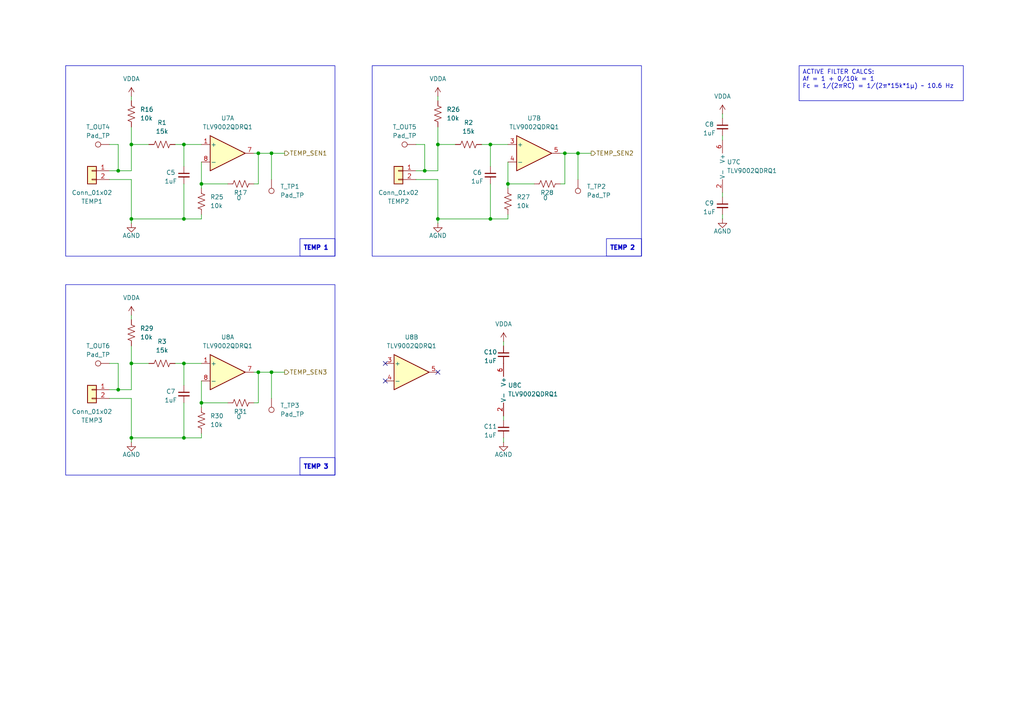
<source format=kicad_sch>
(kicad_sch (version 20250114) (generator "eeschema") (generator_version "9.0")
  (paper "A4")
  (lib_symbols
    (symbol "+3.3V_1" (power) (pin_numbers (hide yes)) (pin_names (offset 0) (hide yes))
      (property "Value" "+3.3V" (at 0 3.556 0))
      (symbol "+3.3V_1_0_1"
        (polyline (pts (xy -0.762 1.27) (xy 0 2.54)))
        (polyline (pts (xy 0 2.54) (xy 0.762 1.27)))
        (polyline (pts (xy 0 0) (xy 0 2.54)))
      )
      (symbol "+3.3V_1_1_1"
        (pin power_in line (at 0 0 90) (length 0) (name "~") (number "1"))
      )
    )
    (symbol "Amplifier_Operational:OP249GS" (pin_names (offset 0.127))
      (property "Reference" "U" (at 0 5.08 0))
      (property "Value" "OP249GS" (at 0 -5.08 0))
      (symbol "OP249GS_1_1"
        (polyline (pts (xy -5.08 5.08) (xy 5.08 0) (xy -5.08 -5.08) (xy -5.08 5.08)) (stroke (width 0.254)) (fill (type background)))
        (pin input line (at -7.62 2.54 0) (length 2.54) (name "+") (number "1"))
        (pin input line (at -7.62 -2.54 0) (length 2.54) (name "-") (number "8"))
        (pin output line (at 7.62 0 180) (length 2.54) (name "~") (number "7"))
      )
      (symbol "OP249GS_2_1"
        (polyline (pts (xy -5.08 5.08) (xy 5.08 0) (xy -5.08 -5.08) (xy -5.08 5.08)) (stroke (width 0.254)) (fill (type background)))
        (pin input line (at -7.62 2.54 0) (length 2.54) (name "+") (number "3"))
        (pin input line (at -7.62 -2.54 0) (length 2.54) (name "-") (number "4"))
        (pin output line (at 7.62 0 180) (length 2.54) (name "~") (number "5"))
      )
      (symbol "OP249GS_3_1"
        (pin power_in line (at -2.54 7.62 270) (length 3.81) (name "V+") (number "6"))
        (pin power_in line (at -2.54 -7.62 90) (length 3.81) (name "V-") (number "2"))
      )
    )
    (symbol "Connector:TestPoint" (pin_numbers (hide yes)) (pin_names (offset 0.762) (hide yes))
      (property "Reference" "TP" (at 0 6.858 0))
      (property "Value" "TestPoint" (at 0 5.08 0))
      (symbol "TestPoint_0_1"
        (circle (center 0 3.302) (radius 0.762))
      )
      (symbol "TestPoint_1_1"
        (pin passive line (at 0 0 90) (length 2.54) (name "1") (number "1"))
      )
    )
    (symbol "Connector_Generic:Conn_01x02" (pin_names (offset 1.016) (hide yes))
      (property "Reference" "J" (at 0 2.54 0))
      (property "Value" "Conn_01x02" (at 0 -5.08 0))
      (symbol "Conn_01x02_1_1"
        (rectangle (start -1.27 1.27) (end 1.27 -3.81) (stroke (width 0.254)) (fill (type background)))
        (rectangle (start -1.27 0.127) (end 0 -0.127) (stroke (width 0.1524)))
        (rectangle (start -1.27 -2.413) (end 0 -2.667) (stroke (width 0.1524)))
        (pin passive line (at -5.08 0 0) (length 3.81) (name "Pin_1") (number "1"))
        (pin passive line (at -5.08 -2.54 0) (length 3.81) (name "Pin_2") (number "2"))
      )
    )
    (symbol "Device:C_Small" (pin_numbers (hide yes)) (pin_names (offset 0.254) (hide yes))
      (property "Reference" "C" (at 0.254 1.778 0))
      (property "Value" "C_Small" (at 0.254 -2.032 0))
      (symbol "C_Small_0_1"
        (polyline (pts (xy -1.524 0.508) (xy 1.524 0.508)) (stroke (width 0.3048)))
        (polyline (pts (xy -1.524 -0.508) (xy 1.524 -0.508)) (stroke (width 0.3302)))
      )
      (symbol "C_Small_1_1"
        (pin passive line (at 0 2.54 270) (length 2.032) (name "~") (number "1"))
        (pin passive line (at 0 -2.54 90) (length 2.032) (name "~") (number "2"))
      )
    )
    (symbol "Device:R_US" (pin_numbers (hide yes)) (pin_names (offset 0))
      (property "Reference" "R" (at 2.54 0 90))
      (property "Value" "R_US" (at -2.54 0 90))
      (symbol "R_US_0_1"
        (polyline (pts (xy 0 2.286) (xy 0 2.54)))
        (polyline (pts (xy 0 2.286) (xy 1.016 1.905) (xy 0 1.524) (xy -1.016 1.143) (xy 0 0.762)))
        (polyline (pts (xy 0 0.762) (xy 1.016 0.381) (xy 0 0) (xy -1.016 -0.381) (xy 0 -0.762)))
        (polyline (pts (xy 0 -0.762) (xy 1.016 -1.143) (xy 0 -1.524) (xy -1.016 -1.905) (xy 0 -2.286)))
        (polyline (pts (xy 0 -2.286) (xy 0 -2.54)))
      )
      (symbol "R_US_1_1"
        (pin passive line (at 0 3.81 270) (length 1.27) (name "~") (number "1"))
        (pin passive line (at 0 -3.81 90) (length 1.27) (name "~") (number "2"))
      )
    )
    (symbol "power:GND" (power) (pin_numbers (hide yes)) (pin_names (offset 0) (hide yes))
      (property "Value" "GND" (at 0 -3.81 0))
      (symbol "GND_0_1"
        (polyline (pts (xy 0 0) (xy 0 -1.27) (xy 1.27 -1.27) (xy 0 -2.54) (xy -1.27 -1.27) (xy 0 -1.27)))
      )
      (symbol "GND_1_1"
        (pin power_in line (at 0 0 270) (length 0) (name "~") (number "1"))
      )
    )
  )
  (rectangle (start 19.05 19.05) (end 97.155 74.295))
  (rectangle (start 107.95 19.05) (end 186.055 74.295))
  (rectangle (start 19.05 82.55) (end 97.155 137.795))
  (text_box "ACTIVE FILTER CALCS:\nAf = 1 + 0/10k = 1\nFc = 1/(2πRC) = 1/(2π*15k*1µ) ~ 10.6 Hz" (at 231.775 19.05 0) (size 47.625 10.16) (margins 0.9525 0.9525 0.9525 0.9525) (effects (font (size 1.27 1.27) (thickness 0.1588)) (justify left top)))
  (text_box "TEMP 2" (at 175.895 69.215 0) (size 10.16 5.08) (margins 0.9525 0.9525 0.9525 0.9525) (effects (font (size 1.27 1.27) (thickness 0.381) (bold yes)) (justify left)))
  (text_box "TEMP 1" (at 86.995 69.215 0) (size 10.16 5.08) (margins 0.9525 0.9525 0.9525 0.9525) (effects (font (size 1.27 1.27) (thickness 0.381) (bold yes)) (justify left)))
  (text_box "TEMP 3" (at 86.995 132.715 0) (size 10.16 5.08) (margins 0.9525 0.9525 0.9525 0.9525) (effects (font (size 1.27 1.27) (thickness 0.381) (bold yes)) (justify left)))
  (junction (at 74.93 107.95))
  (junction (at 167.64 44.45))
  (junction (at 38.1 127))
  (junction (at 34.29 113.03))
  (junction (at 123.19 49.53))
  (junction (at 58.42 53.34))
  (junction (at 53.34 105.41))
  (junction (at 78.74 107.95))
  (junction (at 38.1 41.91))
  (junction (at 53.34 127))
  (junction (at 142.24 63.5))
  (junction (at 34.29 49.53))
  (junction (at 53.34 41.91))
  (junction (at 74.93 44.45))
  (junction (at 163.83 44.45))
  (junction (at 38.1 63.5))
  (junction (at 127 41.91))
  (junction (at 53.34 63.5))
  (junction (at 142.24 41.91))
  (junction (at 147.32 53.34))
  (junction (at 58.42 116.84))
  (junction (at 38.1 105.41))
  (junction (at 127 63.5))
  (junction (at 78.74 44.45))
  (no_connect (at 127 107.95))
  (no_connect (at 111.76 110.49))
  (no_connect (at 111.76 105.41))
  (wire (pts (xy 120.65 49.53) (xy 123.19 49.53)))
  (wire (pts (xy 53.34 41.91) (xy 58.42 41.91)))
  (wire (pts (xy 38.1 105.41) (xy 43.18 105.41)))
  (wire (pts (xy 127 27.94) (xy 127 29.21)))
  (wire (pts (xy 38.1 63.5) (xy 53.34 63.5)))
  (wire (pts (xy 139.7 41.91) (xy 142.24 41.91)))
  (wire (pts (xy 142.24 63.5) (xy 147.32 63.5)))
  (wire (pts (xy 38.1 128.27) (xy 38.1 127)))
  (wire (pts (xy 147.32 46.99) (xy 147.32 53.34)))
  (wire (pts (xy 127 41.91) (xy 132.08 41.91)))
  (wire (pts (xy 38.1 115.57) (xy 38.1 127)))
  (wire (pts (xy 209.55 62.23) (xy 209.55 63.5)))
  (wire (pts (xy 73.66 116.84) (xy 74.93 116.84)))
  (wire (pts (xy 73.66 107.95) (xy 74.93 107.95)))
  (wire (pts (xy 120.65 41.91) (xy 123.19 41.91)))
  (wire (pts (xy 167.64 44.45) (xy 167.64 52.07)))
  (wire (pts (xy 74.93 44.45) (xy 78.74 44.45)))
  (wire (pts (xy 58.42 62.23) (xy 58.42 63.5)))
  (wire (pts (xy 78.74 44.45) (xy 78.74 52.07)))
  (wire (pts (xy 209.55 33.02) (xy 209.55 34.29)))
  (wire (pts (xy 38.1 41.91) (xy 38.1 36.83)))
  (wire (pts (xy 127 52.07) (xy 127 63.5)))
  (wire (pts (xy 74.93 107.95) (xy 74.93 116.84)))
  (wire (pts (xy 167.64 44.45) (xy 171.45 44.45)))
  (wire (pts (xy 58.42 116.84) (xy 58.42 118.11)))
  (wire (pts (xy 78.74 107.95) (xy 78.74 115.57)))
  (wire (pts (xy 58.42 125.73) (xy 58.42 127)))
  (wire (pts (xy 162.56 53.34) (xy 163.83 53.34)))
  (wire (pts (xy 34.29 105.41) (xy 34.29 113.03)))
  (wire (pts (xy 74.93 107.95) (xy 78.74 107.95)))
  (wire (pts (xy 53.34 105.41) (xy 58.42 105.41)))
  (wire (pts (xy 31.75 49.53) (xy 34.29 49.53)))
  (wire (pts (xy 38.1 41.91) (xy 43.18 41.91)))
  (wire (pts (xy 163.83 44.45) (xy 163.83 53.34)))
  (wire (pts (xy 38.1 41.91) (xy 38.1 49.53)))
  (wire (pts (xy 53.34 127) (xy 58.42 127)))
  (wire (pts (xy 146.05 120.65) (xy 146.05 121.92)))
  (wire (pts (xy 73.66 44.45) (xy 74.93 44.45)))
  (wire (pts (xy 31.75 105.41) (xy 34.29 105.41)))
  (wire (pts (xy 123.19 41.91) (xy 123.19 49.53)))
  (wire (pts (xy 53.34 105.41) (xy 53.34 111.76)))
  (wire (pts (xy 38.1 127) (xy 53.34 127)))
  (wire (pts (xy 147.32 62.23) (xy 147.32 63.5)))
  (wire (pts (xy 58.42 110.49) (xy 58.42 116.84)))
  (wire (pts (xy 53.34 63.5) (xy 58.42 63.5)))
  (wire (pts (xy 58.42 53.34) (xy 58.42 54.61)))
  (wire (pts (xy 142.24 41.91) (xy 142.24 48.26)))
  (wire (pts (xy 31.75 52.07) (xy 38.1 52.07)))
  (wire (pts (xy 78.74 44.45) (xy 82.55 44.45)))
  (wire (pts (xy 120.65 52.07) (xy 127 52.07)))
  (wire (pts (xy 127 41.91) (xy 127 49.53)))
  (wire (pts (xy 38.1 91.44) (xy 38.1 92.71)))
  (wire (pts (xy 53.34 53.34) (xy 53.34 63.5)))
  (wire (pts (xy 146.05 99.06) (xy 146.05 100.33)))
  (wire (pts (xy 38.1 27.94) (xy 38.1 29.21)))
  (wire (pts (xy 53.34 41.91) (xy 53.34 48.26)))
  (wire (pts (xy 127 64.77) (xy 127 63.5)))
  (wire (pts (xy 38.1 105.41) (xy 38.1 100.33)))
  (wire (pts (xy 74.93 44.45) (xy 74.93 53.34)))
  (wire (pts (xy 58.42 53.34) (xy 58.42 46.99)))
  (wire (pts (xy 34.29 41.91) (xy 34.29 49.53)))
  (wire (pts (xy 34.29 49.53) (xy 38.1 49.53)))
  (wire (pts (xy 66.04 53.34) (xy 58.42 53.34)))
  (wire (pts (xy 142.24 53.34) (xy 142.24 63.5)))
  (wire (pts (xy 38.1 105.41) (xy 38.1 113.03)))
  (wire (pts (xy 127 63.5) (xy 142.24 63.5)))
  (wire (pts (xy 73.66 53.34) (xy 74.93 53.34)))
  (wire (pts (xy 162.56 44.45) (xy 163.83 44.45)))
  (wire (pts (xy 123.19 49.53) (xy 127 49.53)))
  (wire (pts (xy 209.55 39.37) (xy 209.55 40.64)))
  (wire (pts (xy 146.05 127) (xy 146.05 128.27)))
  (wire (pts (xy 31.75 115.57) (xy 38.1 115.57)))
  (wire (pts (xy 50.8 41.91) (xy 53.34 41.91)))
  (wire (pts (xy 38.1 52.07) (xy 38.1 63.5)))
  (wire (pts (xy 127 41.91) (xy 127 36.83)))
  (wire (pts (xy 209.55 55.88) (xy 209.55 57.15)))
  (wire (pts (xy 38.1 64.77) (xy 38.1 63.5)))
  (wire (pts (xy 142.24 41.91) (xy 147.32 41.91)))
  (wire (pts (xy 50.8 105.41) (xy 53.34 105.41)))
  (wire (pts (xy 31.75 41.91) (xy 34.29 41.91)))
  (wire (pts (xy 163.83 44.45) (xy 167.64 44.45)))
  (wire (pts (xy 78.74 107.95) (xy 82.55 107.95)))
  (wire (pts (xy 34.29 113.03) (xy 38.1 113.03)))
  (wire (pts (xy 147.32 53.34) (xy 154.94 53.34)))
  (wire (pts (xy 53.34 116.84) (xy 53.34 127)))
  (wire (pts (xy 58.42 116.84) (xy 66.04 116.84)))
  (wire (pts (xy 31.75 113.03) (xy 34.29 113.03)))
  (wire (pts (xy 147.32 53.34) (xy 147.32 54.61)))
  (hierarchical_label "TEMP_SEN2" (shape output) (at 171.45 44.45 0))
  (hierarchical_label "TEMP_SEN3" (shape output) (at 82.55 107.95 0))
  (hierarchical_label "TEMP_SEN1" (shape output) (at 82.55 44.45 0))
  (symbol (lib_name "+3.3V_1") (lib_id "power:+3.3V") (at 209.55 33.02 0) (unit 1)
    (property "Reference" "#PWR060" (effects (hide yes)))
    (property "Value" "VDDA" (at 209.55 27.94 0))
    (property "Description" "Power symbol creates a global label with name \"+3.3V\"" (effects (hide yes)))
  )
  (symbol (lib_id "Amplifier_Operational:OP249GS") (at 148.59 113.03 0) (unit 3)
    (property "Reference" "U8" (at 147.32 111.7599 0) (effects (justify left)))
    (property "Value" "TLV9002QDRQ1" (at 147.32 114.2999 0) (effects (justify left)))
    (property "Footprint" "OpAmp:SOIC127P600X175-8N" (effects (hide yes)))
    (property "Datasheet" "https://www.ti.com/lit/ds/symlink/tlv9001-q1.pdf?ts=1755076836424&ref_url=https%253A%252F%252Fwww.mouser.cn%252F" (effects (hide yes)))
    (property "Description" "TLV900x-Q1 Low-Power RRIO 1MHz Automotive Operational Amplifier" (effects (hide yes)))
  )
  (symbol (lib_id "Device:C_Small") (at 146.05 124.46 0) (unit 1)
    (property "Reference" "C11" (at 142.24 123.698 0))
    (property "Value" "1uF" (at 142.24 126.238 0))
    (property "Footprint" "Capacitor_SMD:C_0805_2012Metric" (effects (hide yes)))
    (property "Datasheet" "https://www.mouser.com/datasheet/2/447/KEM_C1006_X5R_SMD-3316465.pdf" (effects (hide yes)))
    (property "Description" "Unpolarized capacitor, small symbol" (effects (hide yes)))
    (property "P/N" "C0805C105K5PACTU" (effects (hide yes)))
  )
  (symbol (lib_id "Device:R_US") (at 46.99 41.91 90) (unit 1)
    (property "Reference" "R1" (at 46.99 35.56 90))
    (property "Value" "15k" (at 46.99 38.1 90))
    (property "Footprint" "Resistor_SMD:R_0603_1608Metric" (effects (hide yes)))
    (property "Description" "Resistor, US symbol" (effects (hide yes)))
  )
  (symbol (lib_id "Connector:TestPoint") (at 167.64 52.07 180) (unit 1)
    (property "Reference" "T_TP2" (at 170.18 54.1019 0) (effects (justify right)))
    (property "Value" "Pad_TP" (at 170.18 56.6419 0) (effects (justify right)))
    (property "Footprint" "UTSVT_Special:TestPoint_HEX_3mmID" (effects (hide yes)))
    (property "Description" "test point" (effects (hide yes)))
  )
  (symbol (lib_id "Amplifier_Operational:OP249GS") (at 66.04 44.45 0) (unit 1)
    (property "Reference" "U7" (at 66.04 34.29 0))
    (property "Value" "TLV9002QDRQ1" (at 66.04 36.83 0))
    (property "Footprint" "OpAmp:SOIC127P600X175-8N" (effects (hide yes)))
    (property "Datasheet" "https://www.ti.com/lit/ds/symlink/tlv9001-q1.pdf?ts=1755076836424&ref_url=https%253A%252F%252Fwww.mouser.cn%252F" (effects (hide yes)))
    (property "Description" "TLV900x-Q1 Low-Power RRIO 1MHz Automotive Operational Amplifier" (effects (hide yes)))
  )
  (symbol (lib_id "Device:R_US") (at 135.89 41.91 90) (unit 1)
    (property "Reference" "R2" (at 135.89 35.56 90))
    (property "Value" "15k" (at 135.89 38.1 90))
    (property "Footprint" "Resistor_SMD:R_0603_1608Metric" (effects (hide yes)))
    (property "Description" "Resistor, US symbol" (effects (hide yes)))
  )
  (symbol (lib_id "Connector:TestPoint") (at 31.75 41.91 90) (unit 1)
    (property "Reference" "T_OUT4" (at 28.448 36.83 90))
    (property "Value" "Pad_TP" (at 28.448 39.37 90))
    (property "Footprint" "UTSVT_Special:TestPoint_HEX_3mmID" (effects (hide yes)))
    (property "Description" "test point" (effects (hide yes)))
  )
  (symbol (lib_id "Device:R_US") (at 58.42 121.92 0) (unit 1)
    (property "Reference" "R30" (at 60.96 120.6499 0) (effects (justify left)))
    (property "Value" "10k" (at 60.96 123.1899 0) (effects (justify left)))
    (property "Footprint" "Resistor_SMD:R_0603_1608Metric" (effects (hide yes)))
    (property "Description" "Resistor, US symbol" (effects (hide yes)))
  )
  (symbol (lib_id "power:GND") (at 209.55 63.5 0) (unit 1)
    (property "Reference" "#PWR061" (effects (hide yes)))
    (property "Value" "AGND" (at 209.55 67.056 0))
    (property "Description" "Power symbol creates a global label with name \"GND\" , ground" (effects (hide yes)))
  )
  (symbol (lib_id "Device:C_Small") (at 142.24 50.8 0) (unit 1)
    (property "Reference" "C6" (at 138.43 50.038 0))
    (property "Value" "1uF" (at 138.43 52.578 0))
    (property "Footprint" "Capacitor_SMD:C_0805_2012Metric" (effects (hide yes)))
    (property "Datasheet" "https://www.mouser.com/datasheet/2/447/KEM_C1006_X5R_SMD-3316465.pdf" (effects (hide yes)))
    (property "Description" "Unpolarized capacitor, small symbol" (effects (hide yes)))
    (property "P/N" "C0805C105K5PACTU" (effects (hide yes)))
  )
  (symbol (lib_id "Device:C_Small") (at 209.55 36.83 0) (unit 1)
    (property "Reference" "C8" (at 205.74 36.068 0))
    (property "Value" "1uF" (at 205.74 38.608 0))
    (property "Footprint" "Capacitor_SMD:C_0805_2012Metric" (effects (hide yes)))
    (property "Datasheet" "https://www.mouser.com/datasheet/2/447/KEM_C1006_X5R_SMD-3316465.pdf" (effects (hide yes)))
    (property "Description" "Unpolarized capacitor, small symbol" (effects (hide yes)))
    (property "P/N" "C0805C105K5PACTU" (effects (hide yes)))
  )
  (symbol (lib_id "Amplifier_Operational:OP249GS") (at 119.38 107.95 0) (unit 2)
    (property "Reference" "U8" (at 119.38 97.79 0))
    (property "Value" "TLV9002QDRQ1" (at 119.38 100.33 0))
    (property "Footprint" "OpAmp:SOIC127P600X175-8N" (effects (hide yes)))
    (property "Datasheet" "https://www.ti.com/lit/ds/symlink/tlv9001-q1.pdf?ts=1755076836424&ref_url=https%253A%252F%252Fwww.mouser.cn%252F" (effects (hide yes)))
    (property "Description" "TLV900x-Q1 Low-Power RRIO 1MHz Automotive Operational Amplifier" (effects (hide yes)))
  )
  (symbol (lib_id "power:GND") (at 146.05 128.27 0) (unit 1)
    (property "Reference" "#PWR063" (effects (hide yes)))
    (property "Value" "AGND" (at 146.05 131.826 0))
    (property "Description" "Power symbol creates a global label with name \"GND\" , ground" (effects (hide yes)))
  )
  (symbol (lib_id "Device:R_US") (at 38.1 33.02 0) (unit 1)
    (property "Reference" "R16" (at 40.64 31.7499 0) (effects (justify left)))
    (property "Value" "10k" (at 40.64 34.2899 0) (effects (justify left)))
    (property "Footprint" "Resistor_SMD:R_0603_1608Metric" (effects (hide yes)))
    (property "Description" "Resistor, US symbol" (effects (hide yes)))
  )
  (symbol (lib_name "+3.3V_1") (lib_id "power:+3.3V") (at 127 27.94 0) (unit 1)
    (property "Reference" "#PWR056" (effects (hide yes)))
    (property "Value" "VDDA" (at 127 22.86 0))
    (property "Description" "Power symbol creates a global label with name \"+3.3V\"" (effects (hide yes)))
  )
  (symbol (lib_id "Device:R_US") (at 38.1 96.52 0) (unit 1)
    (property "Reference" "R29" (at 40.64 95.2499 0) (effects (justify left)))
    (property "Value" "10k" (at 40.64 97.7899 0) (effects (justify left)))
    (property "Footprint" "Resistor_SMD:R_0603_1608Metric" (effects (hide yes)))
    (property "Description" "Resistor, US symbol" (effects (hide yes)))
  )
  (symbol (lib_name "+3.3V_1") (lib_id "power:+3.3V") (at 38.1 27.94 0) (unit 1)
    (property "Reference" "#PWR054" (effects (hide yes)))
    (property "Value" "VDDA" (at 38.1 22.86 0))
    (property "Description" "Power symbol creates a global label with name \"+3.3V\"" (effects (hide yes)))
  )
  (symbol (lib_id "Device:R_US") (at 69.85 53.34 270) (unit 1)
    (property "Reference" "R17" (at 67.8181 55.88 90) (effects (justify left)))
    (property "Value" "0" (at 68.58 57.404 90) (effects (justify left)))
    (property "Footprint" "Resistor_SMD:R_0603_1608Metric" (effects (hide yes)))
    (property "Description" "Resistor, US symbol" (effects (hide yes)))
  )
  (symbol (lib_name "+3.3V_1") (lib_id "power:+3.3V") (at 38.1 91.44 0) (unit 1)
    (property "Reference" "#PWR058" (effects (hide yes)))
    (property "Value" "VDDA" (at 38.1 86.36 0))
    (property "Description" "Power symbol creates a global label with name \"+3.3V\"" (effects (hide yes)))
  )
  (symbol (lib_id "Connector:TestPoint") (at 31.75 105.41 90) (unit 1)
    (property "Reference" "T_OUT6" (at 28.448 100.33 90))
    (property "Value" "Pad_TP" (at 28.448 102.87 90))
    (property "Footprint" "UTSVT_Special:TestPoint_HEX_3mmID" (effects (hide yes)))
    (property "Description" "test point" (effects (hide yes)))
  )
  (symbol (lib_id "Connector_Generic:Conn_01x02") (at 26.67 113.03 0) (mirror y) (unit 1)
    (property "Reference" "TEMP3" (at 26.67 121.92 0))
    (property "Value" "Conn_01x02" (at 26.67 119.38 0))
    (property "Footprint" "Connector_Molex:Molex_Nano-Fit_105309-xx02_1x02_P2.50mm_Vertical" (effects (hide yes)))
    (property "Datasheet" "https://koolance.com/files/products/manuals/Koolance_sen-ap008g_specifications.pdf" (effects (hide yes)))
    (property "Description" "Generic connector, single row, 01x02, script generated (kicad-library-utils/schlib/autogen/connector/)" (effects (hide yes)))
  )
  (symbol (lib_id "Connector:TestPoint") (at 78.74 115.57 180) (unit 1)
    (property "Reference" "T_TP3" (at 81.28 117.6019 0) (effects (justify right)))
    (property "Value" "Pad_TP" (at 81.28 120.1419 0) (effects (justify right)))
    (property "Footprint" "UTSVT_Special:TestPoint_HEX_3mmID" (effects (hide yes)))
    (property "Description" "test point" (effects (hide yes)))
  )
  (symbol (lib_id "Device:C_Small") (at 209.55 59.69 0) (unit 1)
    (property "Reference" "C9" (at 205.74 58.928 0))
    (property "Value" "1uF" (at 205.74 61.468 0))
    (property "Footprint" "Capacitor_SMD:C_0805_2012Metric" (effects (hide yes)))
    (property "Datasheet" "https://www.mouser.com/datasheet/2/447/KEM_C1006_X5R_SMD-3316465.pdf" (effects (hide yes)))
    (property "Description" "Unpolarized capacitor, small symbol" (effects (hide yes)))
    (property "P/N" "C0805C105K5PACTU" (effects (hide yes)))
  )
  (symbol (lib_id "power:GND") (at 38.1 128.27 0) (unit 1)
    (property "Reference" "#PWR059" (effects (hide yes)))
    (property "Value" "AGND" (at 38.1 131.826 0))
    (property "Description" "Power symbol creates a global label with name \"GND\" , ground" (effects (hide yes)))
  )
  (symbol (lib_id "Connector_Generic:Conn_01x02") (at 26.67 49.53 0) (mirror y) (unit 1)
    (property "Reference" "TEMP1" (at 26.67 58.42 0))
    (property "Value" "Conn_01x02" (at 26.67 55.88 0))
    (property "Footprint" "Connector_Molex:Molex_Nano-Fit_105309-xx02_1x02_P2.50mm_Vertical" (effects (hide yes)))
    (property "Datasheet" "https://koolance.com/files/products/manuals/Koolance_sen-ap008g_specifications.pdf" (effects (hide yes)))
    (property "Description" "Generic connector, single row, 01x02, script generated (kicad-library-utils/schlib/autogen/connector/)" (effects (hide yes)))
  )
  (symbol (lib_id "Device:R_US") (at 158.75 53.34 270) (unit 1)
    (property "Reference" "R28" (at 156.7181 55.88 90) (effects (justify left)))
    (property "Value" "0" (at 157.48 57.404 90) (effects (justify left)))
    (property "Footprint" "Resistor_SMD:R_0603_1608Metric" (effects (hide yes)))
    (property "Description" "Resistor, US symbol" (effects (hide yes)))
  )
  (symbol (lib_id "Device:C_Small") (at 53.34 50.8 0) (unit 1)
    (property "Reference" "C5" (at 49.53 50.038 0))
    (property "Value" "1uF" (at 49.53 52.578 0))
    (property "Footprint" "Capacitor_SMD:C_0805_2012Metric" (effects (hide yes)))
    (property "Datasheet" "https://www.mouser.com/datasheet/2/447/KEM_C1006_X5R_SMD-3316465.pdf" (effects (hide yes)))
    (property "Description" "Unpolarized capacitor, small symbol" (effects (hide yes)))
    (property "P/N" "C0805C105K5PACTU" (effects (hide yes)))
  )
  (symbol (lib_id "Device:C_Small") (at 146.05 102.87 0) (unit 1)
    (property "Reference" "C10" (at 142.24 102.108 0))
    (property "Value" "1uF" (at 142.24 104.648 0))
    (property "Footprint" "Capacitor_SMD:C_0805_2012Metric" (effects (hide yes)))
    (property "Datasheet" "https://www.mouser.com/datasheet/2/447/KEM_C1006_X5R_SMD-3316465.pdf" (effects (hide yes)))
    (property "Description" "Unpolarized capacitor, small symbol" (effects (hide yes)))
    (property "P/N" "C0805C105K5PACTU" (effects (hide yes)))
  )
  (symbol (lib_id "Device:R_US") (at 69.85 116.84 270) (unit 1)
    (property "Reference" "R31" (at 67.8181 119.38 90) (effects (justify left)))
    (property "Value" "0" (at 68.58 120.904 90) (effects (justify left)))
    (property "Footprint" "Resistor_SMD:R_0603_1608Metric" (effects (hide yes)))
    (property "Description" "Resistor, US symbol" (effects (hide yes)))
  )
  (symbol (lib_name "+3.3V_1") (lib_id "power:+3.3V") (at 146.05 99.06 0) (unit 1)
    (property "Reference" "#PWR062" (effects (hide yes)))
    (property "Value" "VDDA" (at 146.05 93.98 0))
    (property "Description" "Power symbol creates a global label with name \"+3.3V\"" (effects (hide yes)))
  )
  (symbol (lib_id "Device:R_US") (at 147.32 58.42 0) (unit 1)
    (property "Reference" "R27" (at 149.86 57.1499 0) (effects (justify left)))
    (property "Value" "10k" (at 149.86 59.6899 0) (effects (justify left)))
    (property "Footprint" "Resistor_SMD:R_0603_1608Metric" (effects (hide yes)))
    (property "Description" "Resistor, US symbol" (effects (hide yes)))
  )
  (symbol (lib_id "Connector_Generic:Conn_01x02") (at 115.57 49.53 0) (mirror y) (unit 1)
    (property "Reference" "TEMP2" (at 115.57 58.42 0))
    (property "Value" "Conn_01x02" (at 115.57 55.88 0))
    (property "Footprint" "Connector_Molex:Molex_Nano-Fit_105309-xx02_1x02_P2.50mm_Vertical" (effects (hide yes)))
    (property "Datasheet" "https://koolance.com/files/products/manuals/Koolance_sen-ap008g_specifications.pdf" (effects (hide yes)))
    (property "Description" "Generic connector, single row, 01x02, script generated (kicad-library-utils/schlib/autogen/connector/)" (effects (hide yes)))
  )
  (symbol (lib_id "Device:R_US") (at 46.99 105.41 90) (unit 1)
    (property "Reference" "R3" (at 46.99 99.06 90))
    (property "Value" "15k" (at 46.99 101.6 90))
    (property "Footprint" "Resistor_SMD:R_0603_1608Metric" (effects (hide yes)))
    (property "Description" "Resistor, US symbol" (effects (hide yes)))
  )
  (symbol (lib_id "Amplifier_Operational:OP249GS") (at 154.94 44.45 0) (unit 2)
    (property "Reference" "U7" (at 154.94 34.29 0))
    (property "Value" "TLV9002QDRQ1" (at 154.94 36.83 0))
    (property "Footprint" "OpAmp:SOIC127P600X175-8N" (effects (hide yes)))
    (property "Datasheet" "https://www.ti.com/lit/ds/symlink/tlv9001-q1.pdf?ts=1755076836424&ref_url=https%253A%252F%252Fwww.mouser.cn%252F" (effects (hide yes)))
    (property "Description" "TLV900x-Q1 Low-Power RRIO 1MHz Automotive Operational Amplifier" (effects (hide yes)))
  )
  (symbol (lib_id "power:GND") (at 38.1 64.77 0) (unit 1)
    (property "Reference" "#PWR055" (effects (hide yes)))
    (property "Value" "AGND" (at 38.1 68.326 0))
    (property "Description" "Power symbol creates a global label with name \"GND\" , ground" (effects (hide yes)))
  )
  (symbol (lib_id "Connector:TestPoint") (at 120.65 41.91 90) (unit 1)
    (property "Reference" "T_OUT5" (at 117.348 36.83 90))
    (property "Value" "Pad_TP" (at 117.348 39.37 90))
    (property "Footprint" "UTSVT_Special:TestPoint_HEX_3mmID" (effects (hide yes)))
    (property "Description" "test point" (effects (hide yes)))
  )
  (symbol (lib_id "power:GND") (at 127 64.77 0) (unit 1)
    (property "Reference" "#PWR057" (effects (hide yes)))
    (property "Value" "AGND" (at 127 68.326 0))
    (property "Description" "Power symbol creates a global label with name \"GND\" , ground" (effects (hide yes)))
  )
  (symbol (lib_id "Device:R_US") (at 58.42 58.42 0) (unit 1)
    (property "Reference" "R25" (at 60.96 57.1499 0) (effects (justify left)))
    (property "Value" "10k" (at 60.96 59.6899 0) (effects (justify left)))
    (property "Footprint" "Resistor_SMD:R_0603_1608Metric" (effects (hide yes)))
    (property "Description" "Resistor, US symbol" (effects (hide yes)))
  )
  (symbol (lib_id "Connector:TestPoint") (at 78.74 52.07 180) (unit 1)
    (property "Reference" "T_TP1" (at 81.28 54.1019 0) (effects (justify right)))
    (property "Value" "Pad_TP" (at 81.28 56.6419 0) (effects (justify right)))
    (property "Footprint" "UTSVT_Special:TestPoint_HEX_3mmID" (effects (hide yes)))
    (property "Description" "test point" (effects (hide yes)))
  )
  (symbol (lib_id "Amplifier_Operational:OP249GS") (at 212.09 48.26 0) (unit 3)
    (property "Reference" "U7" (at 210.82 46.9899 0) (effects (justify left)))
    (property "Value" "TLV9002QDRQ1" (at 210.82 49.5299 0) (effects (justify left)))
    (property "Footprint" "OpAmp:SOIC127P600X175-8N" (effects (hide yes)))
    (property "Datasheet" "https://www.ti.com/lit/ds/symlink/tlv9001-q1.pdf?ts=1755076836424&ref_url=https%253A%252F%252Fwww.mouser.cn%252F" (effects (hide yes)))
    (property "Description" "TLV900x-Q1 Low-Power RRIO 1MHz Automotive Operational Amplifier" (effects (hide yes)))
  )
  (symbol (lib_id "Amplifier_Operational:OP249GS") (at 66.04 107.95 0) (unit 1)
    (property "Reference" "U8" (at 66.04 97.79 0))
    (property "Value" "TLV9002QDRQ1" (at 66.04 100.33 0))
    (property "Footprint" "OpAmp:SOIC127P600X175-8N" (effects (hide yes)))
    (property "Datasheet" "https://www.ti.com/lit/ds/symlink/tlv9001-q1.pdf?ts=1755076836424&ref_url=https%253A%252F%252Fwww.mouser.cn%252F" (effects (hide yes)))
    (property "Description" "TLV900x-Q1 Low-Power RRIO 1MHz Automotive Operational Amplifier" (effects (hide yes)))
  )
  (symbol (lib_id "Device:R_US") (at 127 33.02 0) (unit 1)
    (property "Reference" "R26" (at 129.54 31.7499 0) (effects (justify left)))
    (property "Value" "10k" (at 129.54 34.2899 0) (effects (justify left)))
    (property "Footprint" "Resistor_SMD:R_0603_1608Metric" (effects (hide yes)))
    (property "Description" "Resistor, US symbol" (effects (hide yes)))
  )
  (symbol (lib_id "Device:C_Small") (at 53.34 114.3 0) (unit 1)
    (property "Reference" "C7" (at 49.53 113.538 0))
    (property "Value" "1uF" (at 49.53 116.078 0))
    (property "Footprint" "Capacitor_SMD:C_0805_2012Metric" (effects (hide yes)))
    (property "Datasheet" "https://www.mouser.com/datasheet/2/447/KEM_C1006_X5R_SMD-3316465.pdf" (effects (hide yes)))
    (property "Description" "Unpolarized capacitor, small symbol" (effects (hide yes)))
    (property "P/N" "C0805C105K5PACTU" (effects (hide yes)))
  )
)
</source>
